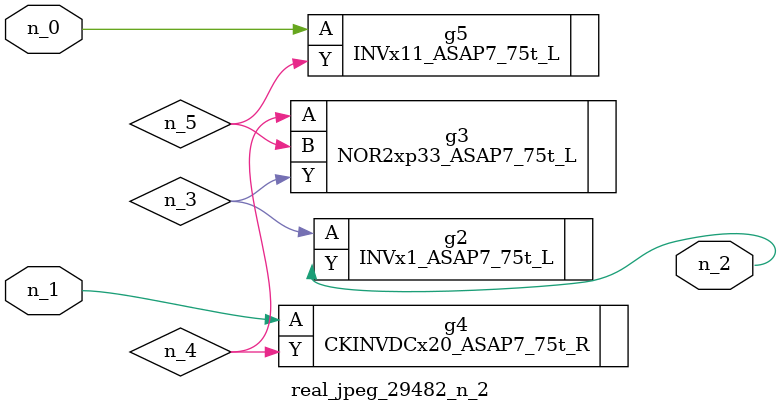
<source format=v>
module real_jpeg_29482_n_2 (n_1, n_0, n_2);

input n_1;
input n_0;

output n_2;

wire n_5;
wire n_4;
wire n_3;

INVx11_ASAP7_75t_L g5 ( 
.A(n_0),
.Y(n_5)
);

CKINVDCx20_ASAP7_75t_R g4 ( 
.A(n_1),
.Y(n_4)
);

INVx1_ASAP7_75t_L g2 ( 
.A(n_3),
.Y(n_2)
);

NOR2xp33_ASAP7_75t_L g3 ( 
.A(n_4),
.B(n_5),
.Y(n_3)
);


endmodule
</source>
